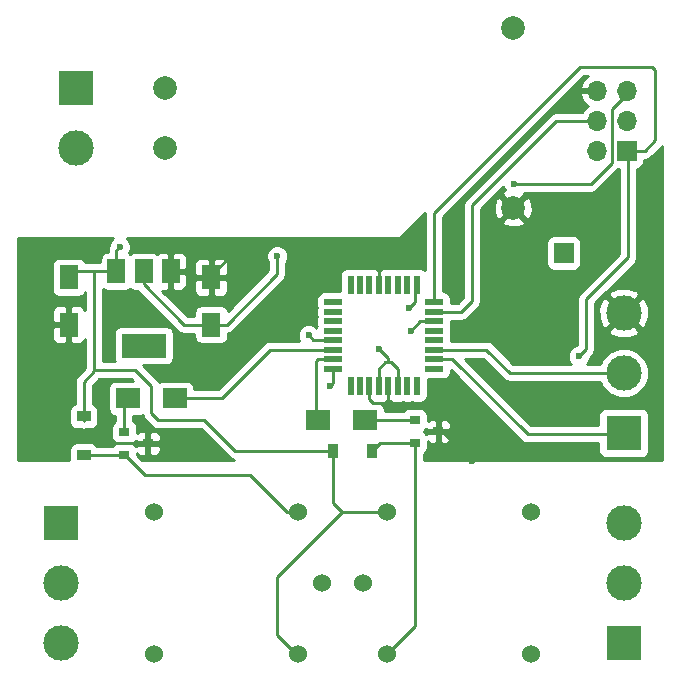
<source format=gtl>
G04 #@! TF.FileFunction,Copper,L1,Top,Signal*
%FSLAX46Y46*%
G04 Gerber Fmt 4.6, Leading zero omitted, Abs format (unit mm)*
G04 Created by KiCad (PCBNEW 4.0.5-e0-6337~49~ubuntu16.04.1) date Mon Jan 23 08:36:28 2017*
%MOMM*%
%LPD*%
G01*
G04 APERTURE LIST*
%ADD10C,0.100000*%
%ADD11R,1.600000X2.000000*%
%ADD12R,1.600000X0.550000*%
%ADD13R,0.550000X1.600000*%
%ADD14C,3.000000*%
%ADD15R,3.000000X3.000000*%
%ADD16R,1.700000X1.700000*%
%ADD17O,1.700000X1.700000*%
%ADD18R,0.900000X0.800000*%
%ADD19R,2.000000X1.700000*%
%ADD20C,1.524000*%
%ADD21R,1.500000X2.000000*%
%ADD22R,3.800000X2.000000*%
%ADD23C,2.000000*%
%ADD24R,0.900000X1.200000*%
%ADD25R,1.200000X0.900000*%
%ADD26C,0.600000*%
%ADD27C,0.250000*%
%ADD28C,0.254000*%
G04 APERTURE END LIST*
D10*
D11*
X109855000Y-91408000D03*
X109855000Y-87408000D03*
X121920000Y-91408000D03*
X121920000Y-87408000D03*
D12*
X132275000Y-95129000D03*
X132275000Y-94329000D03*
X132275000Y-93529000D03*
X132275000Y-92729000D03*
X132275000Y-91929000D03*
X132275000Y-91129000D03*
X132275000Y-90329000D03*
X132275000Y-89529000D03*
D13*
X133725000Y-88079000D03*
X134525000Y-88079000D03*
X135325000Y-88079000D03*
X136125000Y-88079000D03*
X136925000Y-88079000D03*
X137725000Y-88079000D03*
X138525000Y-88079000D03*
X139325000Y-88079000D03*
D12*
X140775000Y-89529000D03*
X140775000Y-90329000D03*
X140775000Y-91129000D03*
X140775000Y-91929000D03*
X140775000Y-92729000D03*
X140775000Y-93529000D03*
X140775000Y-94329000D03*
X140775000Y-95129000D03*
D13*
X139325000Y-96579000D03*
X138525000Y-96579000D03*
X137725000Y-96579000D03*
X136925000Y-96579000D03*
X136125000Y-96579000D03*
X135325000Y-96579000D03*
X134525000Y-96579000D03*
X133725000Y-96579000D03*
D14*
X110490000Y-76454000D03*
D15*
X110490000Y-71374000D03*
D16*
X151765000Y-85344000D03*
D17*
X154559000Y-71628000D03*
X157099000Y-71628000D03*
X154559000Y-74168000D03*
X157099000Y-74168000D03*
X154559000Y-76708000D03*
D16*
X157099000Y-76708000D03*
D15*
X156845000Y-118364000D03*
D14*
X156845000Y-113284000D03*
X156845000Y-108204000D03*
X109220000Y-118364000D03*
X109220000Y-113284000D03*
D15*
X109220000Y-108204000D03*
D14*
X156845000Y-90424000D03*
X156845000Y-95504000D03*
D15*
X156845000Y-100584000D03*
D18*
X139144500Y-99507000D03*
X139144500Y-101407000D03*
X141144500Y-100457000D03*
X116570000Y-101473000D03*
X114570000Y-102423000D03*
X114570000Y-100523000D03*
D19*
X134969000Y-99504500D03*
X130969000Y-99504500D03*
X118840000Y-97663000D03*
X114840000Y-97663000D03*
D20*
X136775000Y-107284000D03*
X136775000Y-119284000D03*
X148975000Y-119284000D03*
X148975000Y-107284000D03*
X134775000Y-113284000D03*
X131290000Y-113284000D03*
X117090000Y-119284000D03*
X117090000Y-107284000D03*
X129290000Y-107284000D03*
X129290000Y-119284000D03*
D21*
X118505000Y-86893000D03*
X113905000Y-86893000D03*
X116205000Y-86893000D03*
D22*
X116205000Y-93193000D03*
D23*
X118031001Y-71381001D03*
X118031001Y-76461001D03*
X147495001Y-66301001D03*
X147495001Y-81541001D03*
D24*
X132208000Y-102108000D03*
X135508000Y-102108000D03*
D25*
X111125000Y-102488000D03*
X111125000Y-99188000D03*
D26*
X136144000Y-93472000D03*
X127508000Y-85598000D03*
X138811000Y-91948000D03*
X153035000Y-94107000D03*
X138684000Y-90043000D03*
X147574000Y-79502000D03*
X130175000Y-92329000D03*
X131953000Y-96647000D03*
X114173000Y-84836000D03*
X124079000Y-87376000D03*
X109855000Y-93980000D03*
X144018000Y-102997000D03*
X123825000Y-85344000D03*
D27*
X136906000Y-94615000D02*
X136906000Y-94234000D01*
X136906000Y-94234000D02*
X136144000Y-93472000D01*
X121920000Y-91408000D02*
X123222000Y-91408000D01*
X127508000Y-87122000D02*
X127508000Y-85598000D01*
X123222000Y-91408000D02*
X127508000Y-87122000D01*
X136125000Y-96579000D02*
X136125000Y-95142000D01*
X137725000Y-95180000D02*
X137725000Y-96579000D01*
X137160000Y-94615000D02*
X137725000Y-95180000D01*
X136652000Y-94615000D02*
X136906000Y-94615000D01*
X136906000Y-94615000D02*
X137160000Y-94615000D01*
X136125000Y-95142000D02*
X136652000Y-94615000D01*
X116205000Y-86893000D02*
X116205000Y-88011000D01*
X119602000Y-91408000D02*
X121920000Y-91408000D01*
X116205000Y-88011000D02*
X119602000Y-91408000D01*
X150622000Y-100711000D02*
X156718000Y-100711000D01*
X156718000Y-100711000D02*
X156845000Y-100584000D01*
X140775000Y-94329000D02*
X142335000Y-94329000D01*
X148717000Y-100711000D02*
X150622000Y-100711000D01*
X142335000Y-94329000D02*
X148717000Y-100711000D01*
X140775000Y-93529000D02*
X145218000Y-93529000D01*
X147193000Y-95504000D02*
X156845000Y-95504000D01*
X145218000Y-93529000D02*
X147193000Y-95504000D01*
X140775000Y-91129000D02*
X139630000Y-91129000D01*
X139630000Y-91129000D02*
X138811000Y-91948000D01*
X154559000Y-74168000D02*
X151130000Y-74168000D01*
X143097000Y-90329000D02*
X140775000Y-90329000D01*
X144018000Y-89408000D02*
X143097000Y-90329000D01*
X144018000Y-81280000D02*
X144018000Y-89408000D01*
X151130000Y-74168000D02*
X144018000Y-81280000D01*
X153035000Y-94107000D02*
X153670000Y-93472000D01*
X153670000Y-93472000D02*
X153670000Y-89281000D01*
X153670000Y-93472000D02*
X153670000Y-89281000D01*
X157226000Y-85725000D02*
X157226000Y-76835000D01*
X153670000Y-89281000D02*
X157226000Y-85725000D01*
X157226000Y-76835000D02*
X157099000Y-76708000D01*
X140775000Y-89529000D02*
X140775000Y-81983000D01*
X158623000Y-76708000D02*
X157099000Y-76708000D01*
X159512000Y-75819000D02*
X158623000Y-76708000D01*
X159512000Y-69850000D02*
X159512000Y-75819000D01*
X159258000Y-69596000D02*
X159512000Y-69850000D01*
X153162000Y-69596000D02*
X159258000Y-69596000D01*
X140775000Y-81983000D02*
X153162000Y-69596000D01*
X139192000Y-89535000D02*
X139192000Y-88212000D01*
X138684000Y-90043000D02*
X139192000Y-89535000D01*
X139192000Y-88212000D02*
X139325000Y-88079000D01*
X157099000Y-71628000D02*
X157099000Y-71882000D01*
X157099000Y-71882000D02*
X155829000Y-73152000D01*
X154051000Y-79502000D02*
X147574000Y-79502000D01*
X155829000Y-77724000D02*
X154051000Y-79502000D01*
X155829000Y-73152000D02*
X155829000Y-77724000D01*
X130175000Y-92329000D02*
X130556000Y-92710000D01*
X130556000Y-92710000D02*
X132256000Y-92710000D01*
X132256000Y-92710000D02*
X132275000Y-92729000D01*
X132275000Y-95129000D02*
X132275000Y-96325000D01*
X132275000Y-96325000D02*
X131953000Y-96647000D01*
X139144500Y-101407000D02*
X139144500Y-116914500D01*
X139144500Y-116914500D02*
X136775000Y-119284000D01*
X139144500Y-101407000D02*
X136209000Y-101407000D01*
X136209000Y-101407000D02*
X135508000Y-102108000D01*
X129290000Y-107284000D02*
X128366000Y-107284000D01*
X116287000Y-104140000D02*
X114635000Y-102488000D01*
X125222000Y-104140000D02*
X116287000Y-104140000D01*
X128366000Y-107284000D02*
X125222000Y-104140000D01*
X114635000Y-102488000D02*
X111125000Y-102488000D01*
X117411500Y-99504500D02*
X121348500Y-99504500D01*
X121348500Y-99504500D02*
X123952000Y-102108000D01*
X112014000Y-95250000D02*
X115443000Y-95250000D01*
X123952000Y-102108000D02*
X132208000Y-102108000D01*
X116840000Y-98933000D02*
X117411500Y-99504500D01*
X116840000Y-96647000D02*
X116840000Y-98933000D01*
X115443000Y-95250000D02*
X116840000Y-96647000D01*
X112014000Y-86893000D02*
X112014000Y-95250000D01*
X112014000Y-95250000D02*
X112014000Y-95377000D01*
X111125000Y-96266000D02*
X111125000Y-99188000D01*
X112014000Y-95377000D02*
X111125000Y-96266000D01*
X113905000Y-85104000D02*
X113905000Y-86893000D01*
X114173000Y-84836000D02*
X113905000Y-85104000D01*
X111125000Y-99568000D02*
X111125000Y-99188000D01*
X132208000Y-102108000D02*
X132208000Y-106492000D01*
X132208000Y-106492000D02*
X133000000Y-107284000D01*
X129290000Y-119284000D02*
X129063000Y-119284000D01*
X129063000Y-119284000D02*
X127508000Y-117729000D01*
X127508000Y-117729000D02*
X127508000Y-112776000D01*
X127508000Y-112776000D02*
X133000000Y-107284000D01*
X133000000Y-107284000D02*
X136775000Y-107284000D01*
X113905000Y-86893000D02*
X112014000Y-86893000D01*
X112014000Y-86893000D02*
X110370000Y-86893000D01*
X110370000Y-86893000D02*
X109855000Y-87408000D01*
X116570000Y-101473000D02*
X112649000Y-101473000D01*
X109855000Y-100457000D02*
X109855000Y-91408000D01*
X110236000Y-100838000D02*
X109855000Y-100457000D01*
X112014000Y-100838000D02*
X110236000Y-100838000D01*
X112649000Y-101473000D02*
X112014000Y-100838000D01*
X121920000Y-87408000D02*
X124047000Y-87408000D01*
X124047000Y-87408000D02*
X124079000Y-87376000D01*
X109855000Y-91408000D02*
X109855000Y-93980000D01*
X109855000Y-91694000D02*
X109855000Y-91408000D01*
X121920000Y-87408000D02*
X121920000Y-87249000D01*
X121920000Y-87249000D02*
X123825000Y-85344000D01*
X144018000Y-102997000D02*
X141478000Y-100457000D01*
X141478000Y-100457000D02*
X141144500Y-100457000D01*
X136925000Y-96579000D02*
X136925000Y-97936000D01*
X141144500Y-98980500D02*
X141144500Y-100457000D01*
X140462000Y-98298000D02*
X141144500Y-98980500D01*
X137287000Y-98298000D02*
X140462000Y-98298000D01*
X136925000Y-97936000D02*
X137287000Y-98298000D01*
X136125000Y-88079000D02*
X136125000Y-85706000D01*
X121920000Y-85471000D02*
X121920000Y-87408000D01*
X122936000Y-84455000D02*
X121920000Y-85471000D01*
X134874000Y-84455000D02*
X122936000Y-84455000D01*
X136125000Y-85706000D02*
X134874000Y-84455000D01*
X135325000Y-96579000D02*
X135325000Y-97733000D01*
X136925000Y-97771000D02*
X136925000Y-96579000D01*
X136652000Y-98044000D02*
X136925000Y-97771000D01*
X135636000Y-98044000D02*
X136652000Y-98044000D01*
X135325000Y-97733000D02*
X135636000Y-98044000D01*
X118840000Y-97663000D02*
X122809000Y-97663000D01*
X126943000Y-93529000D02*
X132275000Y-93529000D01*
X122809000Y-97663000D02*
X126943000Y-93529000D01*
X132275000Y-94329000D02*
X130969000Y-94329000D01*
X130810000Y-94488000D02*
X130810000Y-99345500D01*
X130969000Y-94329000D02*
X130810000Y-94488000D01*
X130810000Y-99345500D02*
X130969000Y-99504500D01*
X134969000Y-99504500D02*
X139142000Y-99504500D01*
X139142000Y-99504500D02*
X139144500Y-99507000D01*
X114570000Y-100523000D02*
X114570000Y-97933000D01*
X114570000Y-97933000D02*
X114840000Y-97663000D01*
D28*
G36*
X160120000Y-102847000D02*
X139904500Y-102847000D01*
X139904500Y-102363573D01*
X140052309Y-102264809D01*
X140192657Y-102054765D01*
X140241940Y-101807000D01*
X140241940Y-101302466D01*
X140334802Y-101395327D01*
X140568191Y-101492000D01*
X140858750Y-101492000D01*
X141017500Y-101333250D01*
X141017500Y-100584000D01*
X141271500Y-100584000D01*
X141271500Y-101333250D01*
X141430250Y-101492000D01*
X141720809Y-101492000D01*
X141954198Y-101395327D01*
X142132827Y-101216699D01*
X142229500Y-100983310D01*
X142229500Y-100742750D01*
X142070750Y-100584000D01*
X141271500Y-100584000D01*
X141017500Y-100584000D01*
X140218250Y-100584000D01*
X140132719Y-100669531D01*
X140052309Y-100549191D01*
X139914336Y-100457000D01*
X140052309Y-100364809D01*
X140132719Y-100244469D01*
X140218250Y-100330000D01*
X141017500Y-100330000D01*
X141017500Y-99580750D01*
X141271500Y-99580750D01*
X141271500Y-100330000D01*
X142070750Y-100330000D01*
X142229500Y-100171250D01*
X142229500Y-99930690D01*
X142132827Y-99697301D01*
X141954198Y-99518673D01*
X141720809Y-99422000D01*
X141430250Y-99422000D01*
X141271500Y-99580750D01*
X141017500Y-99580750D01*
X140858750Y-99422000D01*
X140568191Y-99422000D01*
X140334802Y-99518673D01*
X140241940Y-99611534D01*
X140241940Y-99107000D01*
X140192657Y-98859235D01*
X140052309Y-98649191D01*
X139842265Y-98508843D01*
X139594500Y-98459560D01*
X138694500Y-98459560D01*
X138446735Y-98508843D01*
X138236691Y-98649191D01*
X138173007Y-98744500D01*
X136616440Y-98744500D01*
X136616440Y-98654500D01*
X136567157Y-98406735D01*
X136426809Y-98196691D01*
X136216765Y-98056343D01*
X136066431Y-98026440D01*
X136400000Y-98026440D01*
X136503852Y-98005783D01*
X136523690Y-98014000D01*
X136639250Y-98014000D01*
X136733138Y-97920112D01*
X136857809Y-97836809D01*
X136925000Y-97736251D01*
X136992191Y-97836809D01*
X137116862Y-97920112D01*
X137210750Y-98014000D01*
X137326310Y-98014000D01*
X137346148Y-98005783D01*
X137450000Y-98026440D01*
X138000000Y-98026440D01*
X138125000Y-98001576D01*
X138250000Y-98026440D01*
X138800000Y-98026440D01*
X138925000Y-98001576D01*
X139050000Y-98026440D01*
X139600000Y-98026440D01*
X139847765Y-97977157D01*
X140057809Y-97836809D01*
X140198157Y-97626765D01*
X140247440Y-97379000D01*
X140247440Y-96051440D01*
X141575000Y-96051440D01*
X141822765Y-96002157D01*
X142032809Y-95861809D01*
X142173157Y-95651765D01*
X142222440Y-95404000D01*
X142222440Y-95291242D01*
X148179599Y-101248401D01*
X148426161Y-101413148D01*
X148717000Y-101471000D01*
X154697560Y-101471000D01*
X154697560Y-102084000D01*
X154746843Y-102331765D01*
X154887191Y-102541809D01*
X155097235Y-102682157D01*
X155345000Y-102731440D01*
X158345000Y-102731440D01*
X158592765Y-102682157D01*
X158802809Y-102541809D01*
X158943157Y-102331765D01*
X158992440Y-102084000D01*
X158992440Y-99084000D01*
X158943157Y-98836235D01*
X158802809Y-98626191D01*
X158592765Y-98485843D01*
X158345000Y-98436560D01*
X155345000Y-98436560D01*
X155097235Y-98485843D01*
X154887191Y-98626191D01*
X154746843Y-98836235D01*
X154697560Y-99084000D01*
X154697560Y-99951000D01*
X149031802Y-99951000D01*
X143369802Y-94289000D01*
X144903198Y-94289000D01*
X146655599Y-96041401D01*
X146902161Y-96206148D01*
X147193000Y-96264000D01*
X154848952Y-96264000D01*
X155033980Y-96711800D01*
X155634041Y-97312909D01*
X156418459Y-97638628D01*
X157267815Y-97639370D01*
X158052800Y-97315020D01*
X158653909Y-96714959D01*
X158979628Y-95930541D01*
X158980370Y-95081185D01*
X158656020Y-94296200D01*
X158055959Y-93695091D01*
X157271541Y-93369372D01*
X156422185Y-93368630D01*
X155637200Y-93692980D01*
X155036091Y-94293041D01*
X154848836Y-94744000D01*
X153720333Y-94744000D01*
X153827192Y-94637327D01*
X153969838Y-94293799D01*
X153969879Y-94246923D01*
X154207401Y-94009401D01*
X154372148Y-93762839D01*
X154430000Y-93472000D01*
X154430000Y-91937970D01*
X155510635Y-91937970D01*
X155670418Y-92256739D01*
X156461187Y-92566723D01*
X157310387Y-92550497D01*
X158019582Y-92256739D01*
X158179365Y-91937970D01*
X156845000Y-90603605D01*
X155510635Y-91937970D01*
X154430000Y-91937970D01*
X154430000Y-90040187D01*
X154702277Y-90040187D01*
X154718503Y-90889387D01*
X155012261Y-91598582D01*
X155331030Y-91758365D01*
X156665395Y-90424000D01*
X157024605Y-90424000D01*
X158358970Y-91758365D01*
X158677739Y-91598582D01*
X158987723Y-90807813D01*
X158971497Y-89958613D01*
X158677739Y-89249418D01*
X158358970Y-89089635D01*
X157024605Y-90424000D01*
X156665395Y-90424000D01*
X155331030Y-89089635D01*
X155012261Y-89249418D01*
X154702277Y-90040187D01*
X154430000Y-90040187D01*
X154430000Y-89595802D01*
X155115772Y-88910030D01*
X155510635Y-88910030D01*
X156845000Y-90244395D01*
X158179365Y-88910030D01*
X158019582Y-88591261D01*
X157228813Y-88281277D01*
X156379613Y-88297503D01*
X155670418Y-88591261D01*
X155510635Y-88910030D01*
X155115772Y-88910030D01*
X157763401Y-86262401D01*
X157928148Y-86015840D01*
X157958351Y-85864000D01*
X157986000Y-85725000D01*
X157986000Y-78198080D01*
X158196765Y-78156157D01*
X158406809Y-78015809D01*
X158547157Y-77805765D01*
X158596440Y-77558000D01*
X158596440Y-77468000D01*
X158623000Y-77468000D01*
X158913839Y-77410148D01*
X159160401Y-77245401D01*
X160049401Y-76356401D01*
X160120000Y-76250742D01*
X160120000Y-102847000D01*
X160120000Y-102847000D01*
G37*
X160120000Y-102847000D02*
X139904500Y-102847000D01*
X139904500Y-102363573D01*
X140052309Y-102264809D01*
X140192657Y-102054765D01*
X140241940Y-101807000D01*
X140241940Y-101302466D01*
X140334802Y-101395327D01*
X140568191Y-101492000D01*
X140858750Y-101492000D01*
X141017500Y-101333250D01*
X141017500Y-100584000D01*
X141271500Y-100584000D01*
X141271500Y-101333250D01*
X141430250Y-101492000D01*
X141720809Y-101492000D01*
X141954198Y-101395327D01*
X142132827Y-101216699D01*
X142229500Y-100983310D01*
X142229500Y-100742750D01*
X142070750Y-100584000D01*
X141271500Y-100584000D01*
X141017500Y-100584000D01*
X140218250Y-100584000D01*
X140132719Y-100669531D01*
X140052309Y-100549191D01*
X139914336Y-100457000D01*
X140052309Y-100364809D01*
X140132719Y-100244469D01*
X140218250Y-100330000D01*
X141017500Y-100330000D01*
X141017500Y-99580750D01*
X141271500Y-99580750D01*
X141271500Y-100330000D01*
X142070750Y-100330000D01*
X142229500Y-100171250D01*
X142229500Y-99930690D01*
X142132827Y-99697301D01*
X141954198Y-99518673D01*
X141720809Y-99422000D01*
X141430250Y-99422000D01*
X141271500Y-99580750D01*
X141017500Y-99580750D01*
X140858750Y-99422000D01*
X140568191Y-99422000D01*
X140334802Y-99518673D01*
X140241940Y-99611534D01*
X140241940Y-99107000D01*
X140192657Y-98859235D01*
X140052309Y-98649191D01*
X139842265Y-98508843D01*
X139594500Y-98459560D01*
X138694500Y-98459560D01*
X138446735Y-98508843D01*
X138236691Y-98649191D01*
X138173007Y-98744500D01*
X136616440Y-98744500D01*
X136616440Y-98654500D01*
X136567157Y-98406735D01*
X136426809Y-98196691D01*
X136216765Y-98056343D01*
X136066431Y-98026440D01*
X136400000Y-98026440D01*
X136503852Y-98005783D01*
X136523690Y-98014000D01*
X136639250Y-98014000D01*
X136733138Y-97920112D01*
X136857809Y-97836809D01*
X136925000Y-97736251D01*
X136992191Y-97836809D01*
X137116862Y-97920112D01*
X137210750Y-98014000D01*
X137326310Y-98014000D01*
X137346148Y-98005783D01*
X137450000Y-98026440D01*
X138000000Y-98026440D01*
X138125000Y-98001576D01*
X138250000Y-98026440D01*
X138800000Y-98026440D01*
X138925000Y-98001576D01*
X139050000Y-98026440D01*
X139600000Y-98026440D01*
X139847765Y-97977157D01*
X140057809Y-97836809D01*
X140198157Y-97626765D01*
X140247440Y-97379000D01*
X140247440Y-96051440D01*
X141575000Y-96051440D01*
X141822765Y-96002157D01*
X142032809Y-95861809D01*
X142173157Y-95651765D01*
X142222440Y-95404000D01*
X142222440Y-95291242D01*
X148179599Y-101248401D01*
X148426161Y-101413148D01*
X148717000Y-101471000D01*
X154697560Y-101471000D01*
X154697560Y-102084000D01*
X154746843Y-102331765D01*
X154887191Y-102541809D01*
X155097235Y-102682157D01*
X155345000Y-102731440D01*
X158345000Y-102731440D01*
X158592765Y-102682157D01*
X158802809Y-102541809D01*
X158943157Y-102331765D01*
X158992440Y-102084000D01*
X158992440Y-99084000D01*
X158943157Y-98836235D01*
X158802809Y-98626191D01*
X158592765Y-98485843D01*
X158345000Y-98436560D01*
X155345000Y-98436560D01*
X155097235Y-98485843D01*
X154887191Y-98626191D01*
X154746843Y-98836235D01*
X154697560Y-99084000D01*
X154697560Y-99951000D01*
X149031802Y-99951000D01*
X143369802Y-94289000D01*
X144903198Y-94289000D01*
X146655599Y-96041401D01*
X146902161Y-96206148D01*
X147193000Y-96264000D01*
X154848952Y-96264000D01*
X155033980Y-96711800D01*
X155634041Y-97312909D01*
X156418459Y-97638628D01*
X157267815Y-97639370D01*
X158052800Y-97315020D01*
X158653909Y-96714959D01*
X158979628Y-95930541D01*
X158980370Y-95081185D01*
X158656020Y-94296200D01*
X158055959Y-93695091D01*
X157271541Y-93369372D01*
X156422185Y-93368630D01*
X155637200Y-93692980D01*
X155036091Y-94293041D01*
X154848836Y-94744000D01*
X153720333Y-94744000D01*
X153827192Y-94637327D01*
X153969838Y-94293799D01*
X153969879Y-94246923D01*
X154207401Y-94009401D01*
X154372148Y-93762839D01*
X154430000Y-93472000D01*
X154430000Y-91937970D01*
X155510635Y-91937970D01*
X155670418Y-92256739D01*
X156461187Y-92566723D01*
X157310387Y-92550497D01*
X158019582Y-92256739D01*
X158179365Y-91937970D01*
X156845000Y-90603605D01*
X155510635Y-91937970D01*
X154430000Y-91937970D01*
X154430000Y-90040187D01*
X154702277Y-90040187D01*
X154718503Y-90889387D01*
X155012261Y-91598582D01*
X155331030Y-91758365D01*
X156665395Y-90424000D01*
X157024605Y-90424000D01*
X158358970Y-91758365D01*
X158677739Y-91598582D01*
X158987723Y-90807813D01*
X158971497Y-89958613D01*
X158677739Y-89249418D01*
X158358970Y-89089635D01*
X157024605Y-90424000D01*
X156665395Y-90424000D01*
X155331030Y-89089635D01*
X155012261Y-89249418D01*
X154702277Y-90040187D01*
X154430000Y-90040187D01*
X154430000Y-89595802D01*
X155115772Y-88910030D01*
X155510635Y-88910030D01*
X156845000Y-90244395D01*
X158179365Y-88910030D01*
X158019582Y-88591261D01*
X157228813Y-88281277D01*
X156379613Y-88297503D01*
X155670418Y-88591261D01*
X155510635Y-88910030D01*
X155115772Y-88910030D01*
X157763401Y-86262401D01*
X157928148Y-86015840D01*
X157958351Y-85864000D01*
X157986000Y-85725000D01*
X157986000Y-78198080D01*
X158196765Y-78156157D01*
X158406809Y-78015809D01*
X158547157Y-77805765D01*
X158596440Y-77558000D01*
X158596440Y-77468000D01*
X158623000Y-77468000D01*
X158913839Y-77410148D01*
X159160401Y-77245401D01*
X160049401Y-76356401D01*
X160120000Y-76250742D01*
X160120000Y-102847000D01*
G36*
X116137852Y-99223839D02*
X116302599Y-99470401D01*
X116874099Y-100041901D01*
X117120661Y-100206648D01*
X117411500Y-100264500D01*
X121033698Y-100264500D01*
X123414599Y-102645401D01*
X123661161Y-102810148D01*
X123846427Y-102847000D01*
X116068802Y-102847000D01*
X115667440Y-102445638D01*
X115667440Y-102318466D01*
X115760302Y-102411327D01*
X115993691Y-102508000D01*
X116284250Y-102508000D01*
X116443000Y-102349250D01*
X116443000Y-101600000D01*
X116697000Y-101600000D01*
X116697000Y-102349250D01*
X116855750Y-102508000D01*
X117146309Y-102508000D01*
X117379698Y-102411327D01*
X117558327Y-102232699D01*
X117655000Y-101999310D01*
X117655000Y-101758750D01*
X117496250Y-101600000D01*
X116697000Y-101600000D01*
X116443000Y-101600000D01*
X115643750Y-101600000D01*
X115558219Y-101685531D01*
X115477809Y-101565191D01*
X115339836Y-101473000D01*
X115477809Y-101380809D01*
X115558219Y-101260469D01*
X115643750Y-101346000D01*
X116443000Y-101346000D01*
X116443000Y-100596750D01*
X116697000Y-100596750D01*
X116697000Y-101346000D01*
X117496250Y-101346000D01*
X117655000Y-101187250D01*
X117655000Y-100946690D01*
X117558327Y-100713301D01*
X117379698Y-100534673D01*
X117146309Y-100438000D01*
X116855750Y-100438000D01*
X116697000Y-100596750D01*
X116443000Y-100596750D01*
X116284250Y-100438000D01*
X115993691Y-100438000D01*
X115760302Y-100534673D01*
X115667440Y-100627534D01*
X115667440Y-100123000D01*
X115618157Y-99875235D01*
X115477809Y-99665191D01*
X115330000Y-99566427D01*
X115330000Y-99160440D01*
X115840000Y-99160440D01*
X116087765Y-99111157D01*
X116112191Y-99094836D01*
X116137852Y-99223839D01*
X116137852Y-99223839D01*
G37*
X116137852Y-99223839D02*
X116302599Y-99470401D01*
X116874099Y-100041901D01*
X117120661Y-100206648D01*
X117411500Y-100264500D01*
X121033698Y-100264500D01*
X123414599Y-102645401D01*
X123661161Y-102810148D01*
X123846427Y-102847000D01*
X116068802Y-102847000D01*
X115667440Y-102445638D01*
X115667440Y-102318466D01*
X115760302Y-102411327D01*
X115993691Y-102508000D01*
X116284250Y-102508000D01*
X116443000Y-102349250D01*
X116443000Y-101600000D01*
X116697000Y-101600000D01*
X116697000Y-102349250D01*
X116855750Y-102508000D01*
X117146309Y-102508000D01*
X117379698Y-102411327D01*
X117558327Y-102232699D01*
X117655000Y-101999310D01*
X117655000Y-101758750D01*
X117496250Y-101600000D01*
X116697000Y-101600000D01*
X116443000Y-101600000D01*
X115643750Y-101600000D01*
X115558219Y-101685531D01*
X115477809Y-101565191D01*
X115339836Y-101473000D01*
X115477809Y-101380809D01*
X115558219Y-101260469D01*
X115643750Y-101346000D01*
X116443000Y-101346000D01*
X116443000Y-100596750D01*
X116697000Y-100596750D01*
X116697000Y-101346000D01*
X117496250Y-101346000D01*
X117655000Y-101187250D01*
X117655000Y-100946690D01*
X117558327Y-100713301D01*
X117379698Y-100534673D01*
X117146309Y-100438000D01*
X116855750Y-100438000D01*
X116697000Y-100596750D01*
X116443000Y-100596750D01*
X116284250Y-100438000D01*
X115993691Y-100438000D01*
X115760302Y-100534673D01*
X115667440Y-100627534D01*
X115667440Y-100123000D01*
X115618157Y-99875235D01*
X115477809Y-99665191D01*
X115330000Y-99566427D01*
X115330000Y-99160440D01*
X115840000Y-99160440D01*
X116087765Y-99111157D01*
X116112191Y-99094836D01*
X116137852Y-99223839D01*
G36*
X113380808Y-84305673D02*
X113238162Y-84649201D01*
X113238065Y-84760461D01*
X113202852Y-84813161D01*
X113145000Y-85104000D01*
X113145000Y-85247549D01*
X112907235Y-85294843D01*
X112697191Y-85435191D01*
X112556843Y-85645235D01*
X112507560Y-85893000D01*
X112507560Y-86133000D01*
X111234959Y-86133000D01*
X111112809Y-85950191D01*
X110902765Y-85809843D01*
X110655000Y-85760560D01*
X109055000Y-85760560D01*
X108807235Y-85809843D01*
X108597191Y-85950191D01*
X108456843Y-86160235D01*
X108407560Y-86408000D01*
X108407560Y-88408000D01*
X108456843Y-88655765D01*
X108597191Y-88865809D01*
X108807235Y-89006157D01*
X109055000Y-89055440D01*
X110655000Y-89055440D01*
X110902765Y-89006157D01*
X111112809Y-88865809D01*
X111253157Y-88655765D01*
X111254000Y-88651527D01*
X111254000Y-90194779D01*
X111193327Y-90048302D01*
X111014699Y-89869673D01*
X110781310Y-89773000D01*
X110140750Y-89773000D01*
X109982000Y-89931750D01*
X109982000Y-91281000D01*
X110002000Y-91281000D01*
X110002000Y-91535000D01*
X109982000Y-91535000D01*
X109982000Y-92884250D01*
X110140750Y-93043000D01*
X110781310Y-93043000D01*
X111014699Y-92946327D01*
X111193327Y-92767698D01*
X111254000Y-92621221D01*
X111254000Y-95062198D01*
X110587599Y-95728599D01*
X110422852Y-95975161D01*
X110365000Y-96266000D01*
X110365000Y-98122386D01*
X110277235Y-98139843D01*
X110067191Y-98280191D01*
X109926843Y-98490235D01*
X109877560Y-98738000D01*
X109877560Y-99638000D01*
X109926843Y-99885765D01*
X110067191Y-100095809D01*
X110277235Y-100236157D01*
X110525000Y-100285440D01*
X110911038Y-100285440D01*
X111125000Y-100328000D01*
X111338962Y-100285440D01*
X111725000Y-100285440D01*
X111972765Y-100236157D01*
X112182809Y-100095809D01*
X112323157Y-99885765D01*
X112372440Y-99638000D01*
X112372440Y-98738000D01*
X112323157Y-98490235D01*
X112182809Y-98280191D01*
X111972765Y-98139843D01*
X111885000Y-98122386D01*
X111885000Y-96580802D01*
X112455802Y-96010000D01*
X115128198Y-96010000D01*
X115283758Y-96165560D01*
X113840000Y-96165560D01*
X113592235Y-96214843D01*
X113382191Y-96355191D01*
X113241843Y-96565235D01*
X113192560Y-96813000D01*
X113192560Y-98513000D01*
X113241843Y-98760765D01*
X113382191Y-98970809D01*
X113592235Y-99111157D01*
X113810000Y-99154473D01*
X113810000Y-99566427D01*
X113662191Y-99665191D01*
X113521843Y-99875235D01*
X113472560Y-100123000D01*
X113472560Y-100923000D01*
X113521843Y-101170765D01*
X113662191Y-101380809D01*
X113800164Y-101473000D01*
X113662191Y-101565191D01*
X113553405Y-101728000D01*
X112281573Y-101728000D01*
X112182809Y-101580191D01*
X111972765Y-101439843D01*
X111725000Y-101390560D01*
X110525000Y-101390560D01*
X110277235Y-101439843D01*
X110067191Y-101580191D01*
X109926843Y-101790235D01*
X109877560Y-102038000D01*
X109877560Y-102847000D01*
X105540000Y-102847000D01*
X105540000Y-91693750D01*
X108420000Y-91693750D01*
X108420000Y-92534309D01*
X108516673Y-92767698D01*
X108695301Y-92946327D01*
X108928690Y-93043000D01*
X109569250Y-93043000D01*
X109728000Y-92884250D01*
X109728000Y-91535000D01*
X108578750Y-91535000D01*
X108420000Y-91693750D01*
X105540000Y-91693750D01*
X105540000Y-90281691D01*
X108420000Y-90281691D01*
X108420000Y-91122250D01*
X108578750Y-91281000D01*
X109728000Y-91281000D01*
X109728000Y-89931750D01*
X109569250Y-89773000D01*
X108928690Y-89773000D01*
X108695301Y-89869673D01*
X108516673Y-90048302D01*
X108420000Y-90281691D01*
X105540000Y-90281691D01*
X105540000Y-84101000D01*
X113585838Y-84101000D01*
X113380808Y-84305673D01*
X113380808Y-84305673D01*
G37*
X113380808Y-84305673D02*
X113238162Y-84649201D01*
X113238065Y-84760461D01*
X113202852Y-84813161D01*
X113145000Y-85104000D01*
X113145000Y-85247549D01*
X112907235Y-85294843D01*
X112697191Y-85435191D01*
X112556843Y-85645235D01*
X112507560Y-85893000D01*
X112507560Y-86133000D01*
X111234959Y-86133000D01*
X111112809Y-85950191D01*
X110902765Y-85809843D01*
X110655000Y-85760560D01*
X109055000Y-85760560D01*
X108807235Y-85809843D01*
X108597191Y-85950191D01*
X108456843Y-86160235D01*
X108407560Y-86408000D01*
X108407560Y-88408000D01*
X108456843Y-88655765D01*
X108597191Y-88865809D01*
X108807235Y-89006157D01*
X109055000Y-89055440D01*
X110655000Y-89055440D01*
X110902765Y-89006157D01*
X111112809Y-88865809D01*
X111253157Y-88655765D01*
X111254000Y-88651527D01*
X111254000Y-90194779D01*
X111193327Y-90048302D01*
X111014699Y-89869673D01*
X110781310Y-89773000D01*
X110140750Y-89773000D01*
X109982000Y-89931750D01*
X109982000Y-91281000D01*
X110002000Y-91281000D01*
X110002000Y-91535000D01*
X109982000Y-91535000D01*
X109982000Y-92884250D01*
X110140750Y-93043000D01*
X110781310Y-93043000D01*
X111014699Y-92946327D01*
X111193327Y-92767698D01*
X111254000Y-92621221D01*
X111254000Y-95062198D01*
X110587599Y-95728599D01*
X110422852Y-95975161D01*
X110365000Y-96266000D01*
X110365000Y-98122386D01*
X110277235Y-98139843D01*
X110067191Y-98280191D01*
X109926843Y-98490235D01*
X109877560Y-98738000D01*
X109877560Y-99638000D01*
X109926843Y-99885765D01*
X110067191Y-100095809D01*
X110277235Y-100236157D01*
X110525000Y-100285440D01*
X110911038Y-100285440D01*
X111125000Y-100328000D01*
X111338962Y-100285440D01*
X111725000Y-100285440D01*
X111972765Y-100236157D01*
X112182809Y-100095809D01*
X112323157Y-99885765D01*
X112372440Y-99638000D01*
X112372440Y-98738000D01*
X112323157Y-98490235D01*
X112182809Y-98280191D01*
X111972765Y-98139843D01*
X111885000Y-98122386D01*
X111885000Y-96580802D01*
X112455802Y-96010000D01*
X115128198Y-96010000D01*
X115283758Y-96165560D01*
X113840000Y-96165560D01*
X113592235Y-96214843D01*
X113382191Y-96355191D01*
X113241843Y-96565235D01*
X113192560Y-96813000D01*
X113192560Y-98513000D01*
X113241843Y-98760765D01*
X113382191Y-98970809D01*
X113592235Y-99111157D01*
X113810000Y-99154473D01*
X113810000Y-99566427D01*
X113662191Y-99665191D01*
X113521843Y-99875235D01*
X113472560Y-100123000D01*
X113472560Y-100923000D01*
X113521843Y-101170765D01*
X113662191Y-101380809D01*
X113800164Y-101473000D01*
X113662191Y-101565191D01*
X113553405Y-101728000D01*
X112281573Y-101728000D01*
X112182809Y-101580191D01*
X111972765Y-101439843D01*
X111725000Y-101390560D01*
X110525000Y-101390560D01*
X110277235Y-101439843D01*
X110067191Y-101580191D01*
X109926843Y-101790235D01*
X109877560Y-102038000D01*
X109877560Y-102847000D01*
X105540000Y-102847000D01*
X105540000Y-91693750D01*
X108420000Y-91693750D01*
X108420000Y-92534309D01*
X108516673Y-92767698D01*
X108695301Y-92946327D01*
X108928690Y-93043000D01*
X109569250Y-93043000D01*
X109728000Y-92884250D01*
X109728000Y-91535000D01*
X108578750Y-91535000D01*
X108420000Y-91693750D01*
X105540000Y-91693750D01*
X105540000Y-90281691D01*
X108420000Y-90281691D01*
X108420000Y-91122250D01*
X108578750Y-91281000D01*
X109728000Y-91281000D01*
X109728000Y-89931750D01*
X109569250Y-89773000D01*
X108928690Y-89773000D01*
X108695301Y-89869673D01*
X108516673Y-90048302D01*
X108420000Y-90281691D01*
X105540000Y-90281691D01*
X105540000Y-84101000D01*
X113585838Y-84101000D01*
X113380808Y-84305673D01*
G36*
X140015000Y-81983000D02*
X140015000Y-86792587D01*
X139847765Y-86680843D01*
X139600000Y-86631560D01*
X139050000Y-86631560D01*
X138925000Y-86656424D01*
X138800000Y-86631560D01*
X138250000Y-86631560D01*
X138125000Y-86656424D01*
X138000000Y-86631560D01*
X137450000Y-86631560D01*
X137325000Y-86656424D01*
X137200000Y-86631560D01*
X136650000Y-86631560D01*
X136546148Y-86652217D01*
X136526310Y-86644000D01*
X136410750Y-86644000D01*
X136316862Y-86737888D01*
X136192191Y-86821191D01*
X136125000Y-86921749D01*
X136057809Y-86821191D01*
X135933138Y-86737888D01*
X135839250Y-86644000D01*
X135723690Y-86644000D01*
X135703852Y-86652217D01*
X135600000Y-86631560D01*
X135050000Y-86631560D01*
X134925000Y-86656424D01*
X134800000Y-86631560D01*
X134250000Y-86631560D01*
X134125000Y-86656424D01*
X134000000Y-86631560D01*
X133450000Y-86631560D01*
X133202235Y-86680843D01*
X132992191Y-86821191D01*
X132851843Y-87031235D01*
X132802560Y-87279000D01*
X132802560Y-88606560D01*
X131475000Y-88606560D01*
X131227235Y-88655843D01*
X131017191Y-88796191D01*
X130876843Y-89006235D01*
X130827560Y-89254000D01*
X130827560Y-89804000D01*
X130852424Y-89929000D01*
X130827560Y-90054000D01*
X130827560Y-90604000D01*
X130852424Y-90729000D01*
X130827560Y-90854000D01*
X130827560Y-91404000D01*
X130852424Y-91529000D01*
X130827560Y-91654000D01*
X130827560Y-91659254D01*
X130705327Y-91536808D01*
X130361799Y-91394162D01*
X129989833Y-91393838D01*
X129646057Y-91535883D01*
X129382808Y-91798673D01*
X129240162Y-92142201D01*
X129239838Y-92514167D01*
X129345133Y-92769000D01*
X126943000Y-92769000D01*
X126652161Y-92826852D01*
X126405599Y-92991599D01*
X122494198Y-96903000D01*
X120487440Y-96903000D01*
X120487440Y-96813000D01*
X120438157Y-96565235D01*
X120297809Y-96355191D01*
X120087765Y-96214843D01*
X119840000Y-96165560D01*
X117840000Y-96165560D01*
X117592235Y-96214843D01*
X117492328Y-96281599D01*
X117377401Y-96109599D01*
X116108242Y-94840440D01*
X118105000Y-94840440D01*
X118352765Y-94791157D01*
X118562809Y-94650809D01*
X118703157Y-94440765D01*
X118752440Y-94193000D01*
X118752440Y-92193000D01*
X118703157Y-91945235D01*
X118562809Y-91735191D01*
X118352765Y-91594843D01*
X118105000Y-91545560D01*
X114305000Y-91545560D01*
X114057235Y-91594843D01*
X113847191Y-91735191D01*
X113706843Y-91945235D01*
X113657560Y-92193000D01*
X113657560Y-94193000D01*
X113706843Y-94440765D01*
X113739741Y-94490000D01*
X112774000Y-94490000D01*
X112774000Y-88402132D01*
X112907235Y-88491157D01*
X113155000Y-88540440D01*
X114655000Y-88540440D01*
X114902765Y-88491157D01*
X115055000Y-88389436D01*
X115207235Y-88491157D01*
X115455000Y-88540440D01*
X115662280Y-88540440D01*
X115667599Y-88548401D01*
X119064599Y-91945401D01*
X119311160Y-92110148D01*
X119359414Y-92119746D01*
X119602000Y-92168000D01*
X120472560Y-92168000D01*
X120472560Y-92408000D01*
X120521843Y-92655765D01*
X120662191Y-92865809D01*
X120872235Y-93006157D01*
X121120000Y-93055440D01*
X122720000Y-93055440D01*
X122967765Y-93006157D01*
X123177809Y-92865809D01*
X123318157Y-92655765D01*
X123367440Y-92408000D01*
X123367440Y-92139070D01*
X123512839Y-92110148D01*
X123759401Y-91945401D01*
X128045401Y-87659401D01*
X128210148Y-87412840D01*
X128268000Y-87122000D01*
X128268000Y-86160463D01*
X128300192Y-86128327D01*
X128442838Y-85784799D01*
X128443162Y-85412833D01*
X128301117Y-85069057D01*
X128038327Y-84805808D01*
X127694799Y-84663162D01*
X127322833Y-84662838D01*
X126979057Y-84804883D01*
X126715808Y-85067673D01*
X126573162Y-85411201D01*
X126572838Y-85783167D01*
X126714883Y-86126943D01*
X126748000Y-86160118D01*
X126748000Y-86807198D01*
X123330900Y-90224298D01*
X123318157Y-90160235D01*
X123177809Y-89950191D01*
X122967765Y-89809843D01*
X122720000Y-89760560D01*
X121120000Y-89760560D01*
X120872235Y-89809843D01*
X120662191Y-89950191D01*
X120521843Y-90160235D01*
X120472560Y-90408000D01*
X120472560Y-90648000D01*
X119916802Y-90648000D01*
X117796802Y-88528000D01*
X118219250Y-88528000D01*
X118378000Y-88369250D01*
X118378000Y-87020000D01*
X118632000Y-87020000D01*
X118632000Y-88369250D01*
X118790750Y-88528000D01*
X119381310Y-88528000D01*
X119614699Y-88431327D01*
X119793327Y-88252698D01*
X119890000Y-88019309D01*
X119890000Y-87693750D01*
X120485000Y-87693750D01*
X120485000Y-88534309D01*
X120581673Y-88767698D01*
X120760301Y-88946327D01*
X120993690Y-89043000D01*
X121634250Y-89043000D01*
X121793000Y-88884250D01*
X121793000Y-87535000D01*
X122047000Y-87535000D01*
X122047000Y-88884250D01*
X122205750Y-89043000D01*
X122846310Y-89043000D01*
X123079699Y-88946327D01*
X123258327Y-88767698D01*
X123355000Y-88534309D01*
X123355000Y-87693750D01*
X123196250Y-87535000D01*
X122047000Y-87535000D01*
X121793000Y-87535000D01*
X120643750Y-87535000D01*
X120485000Y-87693750D01*
X119890000Y-87693750D01*
X119890000Y-87178750D01*
X119731250Y-87020000D01*
X118632000Y-87020000D01*
X118378000Y-87020000D01*
X118358000Y-87020000D01*
X118358000Y-86766000D01*
X118378000Y-86766000D01*
X118378000Y-85416750D01*
X118632000Y-85416750D01*
X118632000Y-86766000D01*
X119731250Y-86766000D01*
X119890000Y-86607250D01*
X119890000Y-86281691D01*
X120485000Y-86281691D01*
X120485000Y-87122250D01*
X120643750Y-87281000D01*
X121793000Y-87281000D01*
X121793000Y-85931750D01*
X122047000Y-85931750D01*
X122047000Y-87281000D01*
X123196250Y-87281000D01*
X123355000Y-87122250D01*
X123355000Y-86281691D01*
X123258327Y-86048302D01*
X123079699Y-85869673D01*
X122846310Y-85773000D01*
X122205750Y-85773000D01*
X122047000Y-85931750D01*
X121793000Y-85931750D01*
X121634250Y-85773000D01*
X120993690Y-85773000D01*
X120760301Y-85869673D01*
X120581673Y-86048302D01*
X120485000Y-86281691D01*
X119890000Y-86281691D01*
X119890000Y-85766691D01*
X119793327Y-85533302D01*
X119614699Y-85354673D01*
X119381310Y-85258000D01*
X118790750Y-85258000D01*
X118632000Y-85416750D01*
X118378000Y-85416750D01*
X118219250Y-85258000D01*
X117628690Y-85258000D01*
X117395301Y-85354673D01*
X117354047Y-85395927D01*
X117202765Y-85294843D01*
X116955000Y-85245560D01*
X115455000Y-85245560D01*
X115207235Y-85294843D01*
X115055000Y-85396564D01*
X114974869Y-85343022D01*
X115107838Y-85022799D01*
X115108162Y-84650833D01*
X114966117Y-84307057D01*
X114760419Y-84101000D01*
X137830000Y-84101000D01*
X137878601Y-84091333D01*
X137919803Y-84063803D01*
X140018574Y-81965032D01*
X140015000Y-81983000D01*
X140015000Y-81983000D01*
G37*
X140015000Y-81983000D02*
X140015000Y-86792587D01*
X139847765Y-86680843D01*
X139600000Y-86631560D01*
X139050000Y-86631560D01*
X138925000Y-86656424D01*
X138800000Y-86631560D01*
X138250000Y-86631560D01*
X138125000Y-86656424D01*
X138000000Y-86631560D01*
X137450000Y-86631560D01*
X137325000Y-86656424D01*
X137200000Y-86631560D01*
X136650000Y-86631560D01*
X136546148Y-86652217D01*
X136526310Y-86644000D01*
X136410750Y-86644000D01*
X136316862Y-86737888D01*
X136192191Y-86821191D01*
X136125000Y-86921749D01*
X136057809Y-86821191D01*
X135933138Y-86737888D01*
X135839250Y-86644000D01*
X135723690Y-86644000D01*
X135703852Y-86652217D01*
X135600000Y-86631560D01*
X135050000Y-86631560D01*
X134925000Y-86656424D01*
X134800000Y-86631560D01*
X134250000Y-86631560D01*
X134125000Y-86656424D01*
X134000000Y-86631560D01*
X133450000Y-86631560D01*
X133202235Y-86680843D01*
X132992191Y-86821191D01*
X132851843Y-87031235D01*
X132802560Y-87279000D01*
X132802560Y-88606560D01*
X131475000Y-88606560D01*
X131227235Y-88655843D01*
X131017191Y-88796191D01*
X130876843Y-89006235D01*
X130827560Y-89254000D01*
X130827560Y-89804000D01*
X130852424Y-89929000D01*
X130827560Y-90054000D01*
X130827560Y-90604000D01*
X130852424Y-90729000D01*
X130827560Y-90854000D01*
X130827560Y-91404000D01*
X130852424Y-91529000D01*
X130827560Y-91654000D01*
X130827560Y-91659254D01*
X130705327Y-91536808D01*
X130361799Y-91394162D01*
X129989833Y-91393838D01*
X129646057Y-91535883D01*
X129382808Y-91798673D01*
X129240162Y-92142201D01*
X129239838Y-92514167D01*
X129345133Y-92769000D01*
X126943000Y-92769000D01*
X126652161Y-92826852D01*
X126405599Y-92991599D01*
X122494198Y-96903000D01*
X120487440Y-96903000D01*
X120487440Y-96813000D01*
X120438157Y-96565235D01*
X120297809Y-96355191D01*
X120087765Y-96214843D01*
X119840000Y-96165560D01*
X117840000Y-96165560D01*
X117592235Y-96214843D01*
X117492328Y-96281599D01*
X117377401Y-96109599D01*
X116108242Y-94840440D01*
X118105000Y-94840440D01*
X118352765Y-94791157D01*
X118562809Y-94650809D01*
X118703157Y-94440765D01*
X118752440Y-94193000D01*
X118752440Y-92193000D01*
X118703157Y-91945235D01*
X118562809Y-91735191D01*
X118352765Y-91594843D01*
X118105000Y-91545560D01*
X114305000Y-91545560D01*
X114057235Y-91594843D01*
X113847191Y-91735191D01*
X113706843Y-91945235D01*
X113657560Y-92193000D01*
X113657560Y-94193000D01*
X113706843Y-94440765D01*
X113739741Y-94490000D01*
X112774000Y-94490000D01*
X112774000Y-88402132D01*
X112907235Y-88491157D01*
X113155000Y-88540440D01*
X114655000Y-88540440D01*
X114902765Y-88491157D01*
X115055000Y-88389436D01*
X115207235Y-88491157D01*
X115455000Y-88540440D01*
X115662280Y-88540440D01*
X115667599Y-88548401D01*
X119064599Y-91945401D01*
X119311160Y-92110148D01*
X119359414Y-92119746D01*
X119602000Y-92168000D01*
X120472560Y-92168000D01*
X120472560Y-92408000D01*
X120521843Y-92655765D01*
X120662191Y-92865809D01*
X120872235Y-93006157D01*
X121120000Y-93055440D01*
X122720000Y-93055440D01*
X122967765Y-93006157D01*
X123177809Y-92865809D01*
X123318157Y-92655765D01*
X123367440Y-92408000D01*
X123367440Y-92139070D01*
X123512839Y-92110148D01*
X123759401Y-91945401D01*
X128045401Y-87659401D01*
X128210148Y-87412840D01*
X128268000Y-87122000D01*
X128268000Y-86160463D01*
X128300192Y-86128327D01*
X128442838Y-85784799D01*
X128443162Y-85412833D01*
X128301117Y-85069057D01*
X128038327Y-84805808D01*
X127694799Y-84663162D01*
X127322833Y-84662838D01*
X126979057Y-84804883D01*
X126715808Y-85067673D01*
X126573162Y-85411201D01*
X126572838Y-85783167D01*
X126714883Y-86126943D01*
X126748000Y-86160118D01*
X126748000Y-86807198D01*
X123330900Y-90224298D01*
X123318157Y-90160235D01*
X123177809Y-89950191D01*
X122967765Y-89809843D01*
X122720000Y-89760560D01*
X121120000Y-89760560D01*
X120872235Y-89809843D01*
X120662191Y-89950191D01*
X120521843Y-90160235D01*
X120472560Y-90408000D01*
X120472560Y-90648000D01*
X119916802Y-90648000D01*
X117796802Y-88528000D01*
X118219250Y-88528000D01*
X118378000Y-88369250D01*
X118378000Y-87020000D01*
X118632000Y-87020000D01*
X118632000Y-88369250D01*
X118790750Y-88528000D01*
X119381310Y-88528000D01*
X119614699Y-88431327D01*
X119793327Y-88252698D01*
X119890000Y-88019309D01*
X119890000Y-87693750D01*
X120485000Y-87693750D01*
X120485000Y-88534309D01*
X120581673Y-88767698D01*
X120760301Y-88946327D01*
X120993690Y-89043000D01*
X121634250Y-89043000D01*
X121793000Y-88884250D01*
X121793000Y-87535000D01*
X122047000Y-87535000D01*
X122047000Y-88884250D01*
X122205750Y-89043000D01*
X122846310Y-89043000D01*
X123079699Y-88946327D01*
X123258327Y-88767698D01*
X123355000Y-88534309D01*
X123355000Y-87693750D01*
X123196250Y-87535000D01*
X122047000Y-87535000D01*
X121793000Y-87535000D01*
X120643750Y-87535000D01*
X120485000Y-87693750D01*
X119890000Y-87693750D01*
X119890000Y-87178750D01*
X119731250Y-87020000D01*
X118632000Y-87020000D01*
X118378000Y-87020000D01*
X118358000Y-87020000D01*
X118358000Y-86766000D01*
X118378000Y-86766000D01*
X118378000Y-85416750D01*
X118632000Y-85416750D01*
X118632000Y-86766000D01*
X119731250Y-86766000D01*
X119890000Y-86607250D01*
X119890000Y-86281691D01*
X120485000Y-86281691D01*
X120485000Y-87122250D01*
X120643750Y-87281000D01*
X121793000Y-87281000D01*
X121793000Y-85931750D01*
X122047000Y-85931750D01*
X122047000Y-87281000D01*
X123196250Y-87281000D01*
X123355000Y-87122250D01*
X123355000Y-86281691D01*
X123258327Y-86048302D01*
X123079699Y-85869673D01*
X122846310Y-85773000D01*
X122205750Y-85773000D01*
X122047000Y-85931750D01*
X121793000Y-85931750D01*
X121634250Y-85773000D01*
X120993690Y-85773000D01*
X120760301Y-85869673D01*
X120581673Y-86048302D01*
X120485000Y-86281691D01*
X119890000Y-86281691D01*
X119890000Y-85766691D01*
X119793327Y-85533302D01*
X119614699Y-85354673D01*
X119381310Y-85258000D01*
X118790750Y-85258000D01*
X118632000Y-85416750D01*
X118378000Y-85416750D01*
X118219250Y-85258000D01*
X117628690Y-85258000D01*
X117395301Y-85354673D01*
X117354047Y-85395927D01*
X117202765Y-85294843D01*
X116955000Y-85245560D01*
X115455000Y-85245560D01*
X115207235Y-85294843D01*
X115055000Y-85396564D01*
X114974869Y-85343022D01*
X115107838Y-85022799D01*
X115108162Y-84650833D01*
X114966117Y-84307057D01*
X114760419Y-84101000D01*
X137830000Y-84101000D01*
X137878601Y-84091333D01*
X137919803Y-84063803D01*
X140018574Y-81965032D01*
X140015000Y-81983000D01*
G36*
X156466000Y-85410198D02*
X153132599Y-88743599D01*
X152967852Y-88990161D01*
X152910000Y-89281000D01*
X152910000Y-93157198D01*
X152895320Y-93171878D01*
X152849833Y-93171838D01*
X152506057Y-93313883D01*
X152242808Y-93576673D01*
X152100162Y-93920201D01*
X152099838Y-94292167D01*
X152241883Y-94635943D01*
X152349752Y-94744000D01*
X147507802Y-94744000D01*
X145755401Y-92991599D01*
X145508839Y-92826852D01*
X145218000Y-92769000D01*
X142222440Y-92769000D01*
X142222440Y-92454000D01*
X142197576Y-92329000D01*
X142222440Y-92204000D01*
X142222440Y-91654000D01*
X142197576Y-91529000D01*
X142222440Y-91404000D01*
X142222440Y-91089000D01*
X143097000Y-91089000D01*
X143387839Y-91031148D01*
X143634401Y-90866401D01*
X144555401Y-89945401D01*
X144720148Y-89698839D01*
X144778000Y-89408000D01*
X144778000Y-84494000D01*
X150267560Y-84494000D01*
X150267560Y-86194000D01*
X150316843Y-86441765D01*
X150457191Y-86651809D01*
X150667235Y-86792157D01*
X150915000Y-86841440D01*
X152615000Y-86841440D01*
X152862765Y-86792157D01*
X153072809Y-86651809D01*
X153213157Y-86441765D01*
X153262440Y-86194000D01*
X153262440Y-84494000D01*
X153213157Y-84246235D01*
X153072809Y-84036191D01*
X152862765Y-83895843D01*
X152615000Y-83846560D01*
X150915000Y-83846560D01*
X150667235Y-83895843D01*
X150457191Y-84036191D01*
X150316843Y-84246235D01*
X150267560Y-84494000D01*
X144778000Y-84494000D01*
X144778000Y-82693533D01*
X146522074Y-82693533D01*
X146620737Y-82960388D01*
X147230462Y-83186909D01*
X147880461Y-83162857D01*
X148369265Y-82960388D01*
X148467928Y-82693533D01*
X147495001Y-81720606D01*
X146522074Y-82693533D01*
X144778000Y-82693533D01*
X144778000Y-81594802D01*
X145096340Y-81276462D01*
X145849093Y-81276462D01*
X145873145Y-81926461D01*
X146075614Y-82415265D01*
X146342469Y-82513928D01*
X147315396Y-81541001D01*
X147674606Y-81541001D01*
X148647533Y-82513928D01*
X148914388Y-82415265D01*
X149140909Y-81805540D01*
X149116857Y-81155541D01*
X148914388Y-80666737D01*
X148647533Y-80568074D01*
X147674606Y-81541001D01*
X147315396Y-81541001D01*
X146342469Y-80568074D01*
X146075614Y-80666737D01*
X145849093Y-81276462D01*
X145096340Y-81276462D01*
X146652521Y-79720281D01*
X146780883Y-80030943D01*
X146798070Y-80048160D01*
X146620737Y-80121614D01*
X146522074Y-80388469D01*
X147495001Y-81361396D01*
X148467928Y-80388469D01*
X148421169Y-80262000D01*
X154051000Y-80262000D01*
X154341839Y-80204148D01*
X154588401Y-80039401D01*
X156366401Y-78261401D01*
X156403793Y-78205440D01*
X156466000Y-78205440D01*
X156466000Y-85410198D01*
X156466000Y-85410198D01*
G37*
X156466000Y-85410198D02*
X153132599Y-88743599D01*
X152967852Y-88990161D01*
X152910000Y-89281000D01*
X152910000Y-93157198D01*
X152895320Y-93171878D01*
X152849833Y-93171838D01*
X152506057Y-93313883D01*
X152242808Y-93576673D01*
X152100162Y-93920201D01*
X152099838Y-94292167D01*
X152241883Y-94635943D01*
X152349752Y-94744000D01*
X147507802Y-94744000D01*
X145755401Y-92991599D01*
X145508839Y-92826852D01*
X145218000Y-92769000D01*
X142222440Y-92769000D01*
X142222440Y-92454000D01*
X142197576Y-92329000D01*
X142222440Y-92204000D01*
X142222440Y-91654000D01*
X142197576Y-91529000D01*
X142222440Y-91404000D01*
X142222440Y-91089000D01*
X143097000Y-91089000D01*
X143387839Y-91031148D01*
X143634401Y-90866401D01*
X144555401Y-89945401D01*
X144720148Y-89698839D01*
X144778000Y-89408000D01*
X144778000Y-84494000D01*
X150267560Y-84494000D01*
X150267560Y-86194000D01*
X150316843Y-86441765D01*
X150457191Y-86651809D01*
X150667235Y-86792157D01*
X150915000Y-86841440D01*
X152615000Y-86841440D01*
X152862765Y-86792157D01*
X153072809Y-86651809D01*
X153213157Y-86441765D01*
X153262440Y-86194000D01*
X153262440Y-84494000D01*
X153213157Y-84246235D01*
X153072809Y-84036191D01*
X152862765Y-83895843D01*
X152615000Y-83846560D01*
X150915000Y-83846560D01*
X150667235Y-83895843D01*
X150457191Y-84036191D01*
X150316843Y-84246235D01*
X150267560Y-84494000D01*
X144778000Y-84494000D01*
X144778000Y-82693533D01*
X146522074Y-82693533D01*
X146620737Y-82960388D01*
X147230462Y-83186909D01*
X147880461Y-83162857D01*
X148369265Y-82960388D01*
X148467928Y-82693533D01*
X147495001Y-81720606D01*
X146522074Y-82693533D01*
X144778000Y-82693533D01*
X144778000Y-81594802D01*
X145096340Y-81276462D01*
X145849093Y-81276462D01*
X145873145Y-81926461D01*
X146075614Y-82415265D01*
X146342469Y-82513928D01*
X147315396Y-81541001D01*
X147674606Y-81541001D01*
X148647533Y-82513928D01*
X148914388Y-82415265D01*
X149140909Y-81805540D01*
X149116857Y-81155541D01*
X148914388Y-80666737D01*
X148647533Y-80568074D01*
X147674606Y-81541001D01*
X147315396Y-81541001D01*
X146342469Y-80568074D01*
X146075614Y-80666737D01*
X145849093Y-81276462D01*
X145096340Y-81276462D01*
X146652521Y-79720281D01*
X146780883Y-80030943D01*
X146798070Y-80048160D01*
X146620737Y-80121614D01*
X146522074Y-80388469D01*
X147495001Y-81361396D01*
X148467928Y-80388469D01*
X148421169Y-80262000D01*
X154051000Y-80262000D01*
X154341839Y-80204148D01*
X154588401Y-80039401D01*
X156366401Y-78261401D01*
X156403793Y-78205440D01*
X156466000Y-78205440D01*
X156466000Y-85410198D01*
G36*
X153677642Y-70432817D02*
X153287355Y-70861076D01*
X153117524Y-71271110D01*
X153238845Y-71501000D01*
X154432000Y-71501000D01*
X154432000Y-71481000D01*
X154686000Y-71481000D01*
X154686000Y-71501000D01*
X154706000Y-71501000D01*
X154706000Y-71755000D01*
X154686000Y-71755000D01*
X154686000Y-71775000D01*
X154432000Y-71775000D01*
X154432000Y-71755000D01*
X153238845Y-71755000D01*
X153117524Y-71984890D01*
X153287355Y-72394924D01*
X153677642Y-72823183D01*
X153820553Y-72890298D01*
X153479853Y-73117946D01*
X153286046Y-73408000D01*
X151130000Y-73408000D01*
X150839161Y-73465852D01*
X150592599Y-73630599D01*
X143480599Y-80742599D01*
X143315852Y-80989161D01*
X143258000Y-81280000D01*
X143258000Y-89093198D01*
X142782198Y-89569000D01*
X142222440Y-89569000D01*
X142222440Y-89254000D01*
X142173157Y-89006235D01*
X142032809Y-88796191D01*
X141822765Y-88655843D01*
X141575000Y-88606560D01*
X141535000Y-88606560D01*
X141535000Y-82297802D01*
X153476802Y-70356000D01*
X153841212Y-70356000D01*
X153677642Y-70432817D01*
X153677642Y-70432817D01*
G37*
X153677642Y-70432817D02*
X153287355Y-70861076D01*
X153117524Y-71271110D01*
X153238845Y-71501000D01*
X154432000Y-71501000D01*
X154432000Y-71481000D01*
X154686000Y-71481000D01*
X154686000Y-71501000D01*
X154706000Y-71501000D01*
X154706000Y-71755000D01*
X154686000Y-71755000D01*
X154686000Y-71775000D01*
X154432000Y-71775000D01*
X154432000Y-71755000D01*
X153238845Y-71755000D01*
X153117524Y-71984890D01*
X153287355Y-72394924D01*
X153677642Y-72823183D01*
X153820553Y-72890298D01*
X153479853Y-73117946D01*
X153286046Y-73408000D01*
X151130000Y-73408000D01*
X150839161Y-73465852D01*
X150592599Y-73630599D01*
X143480599Y-80742599D01*
X143315852Y-80989161D01*
X143258000Y-81280000D01*
X143258000Y-89093198D01*
X142782198Y-89569000D01*
X142222440Y-89569000D01*
X142222440Y-89254000D01*
X142173157Y-89006235D01*
X142032809Y-88796191D01*
X141822765Y-88655843D01*
X141575000Y-88606560D01*
X141535000Y-88606560D01*
X141535000Y-82297802D01*
X153476802Y-70356000D01*
X153841212Y-70356000D01*
X153677642Y-70432817D01*
M02*

</source>
